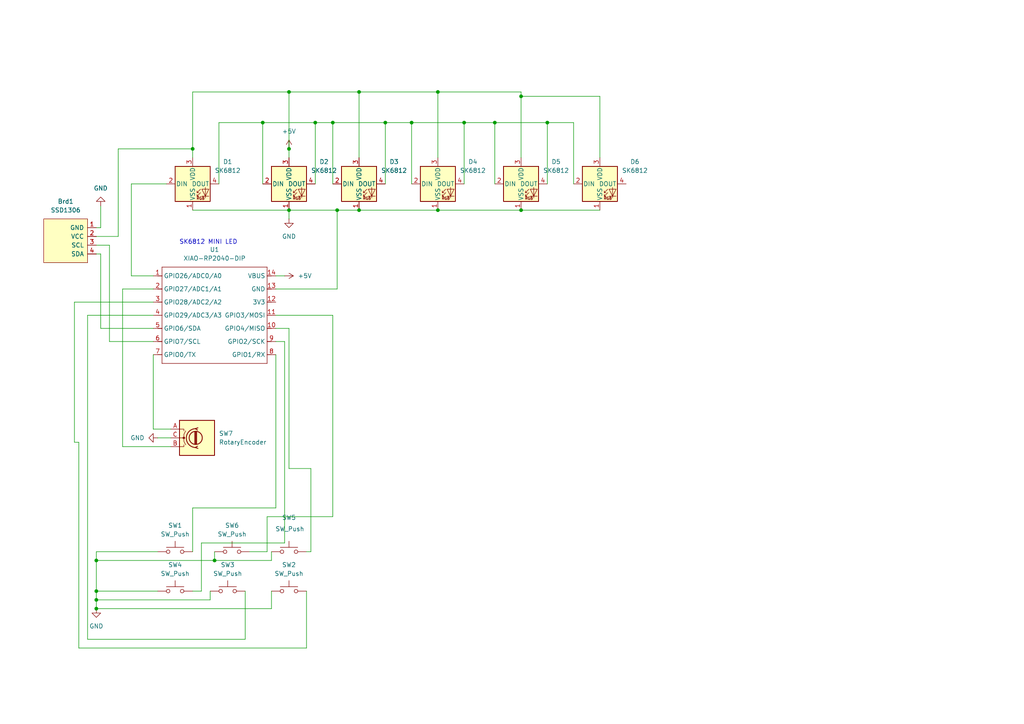
<source format=kicad_sch>
(kicad_sch
	(version 20250114)
	(generator "eeschema")
	(generator_version "9.0")
	(uuid "bcb0f31b-e67c-4088-8953-ead13e406a48")
	(paper "A4")
	(lib_symbols
		(symbol "Device:RotaryEncoder"
			(pin_names
				(offset 0.254)
				(hide yes)
			)
			(exclude_from_sim no)
			(in_bom yes)
			(on_board yes)
			(property "Reference" "SW"
				(at 0 6.604 0)
				(effects
					(font
						(size 1.27 1.27)
					)
				)
			)
			(property "Value" "RotaryEncoder"
				(at 0 -6.604 0)
				(effects
					(font
						(size 1.27 1.27)
					)
				)
			)
			(property "Footprint" ""
				(at -3.81 4.064 0)
				(effects
					(font
						(size 1.27 1.27)
					)
					(hide yes)
				)
			)
			(property "Datasheet" "~"
				(at 0 6.604 0)
				(effects
					(font
						(size 1.27 1.27)
					)
					(hide yes)
				)
			)
			(property "Description" "Rotary encoder, dual channel, incremental quadrate outputs"
				(at 0 0 0)
				(effects
					(font
						(size 1.27 1.27)
					)
					(hide yes)
				)
			)
			(property "ki_keywords" "rotary switch encoder"
				(at 0 0 0)
				(effects
					(font
						(size 1.27 1.27)
					)
					(hide yes)
				)
			)
			(property "ki_fp_filters" "RotaryEncoder*"
				(at 0 0 0)
				(effects
					(font
						(size 1.27 1.27)
					)
					(hide yes)
				)
			)
			(symbol "RotaryEncoder_0_1"
				(rectangle
					(start -5.08 5.08)
					(end 5.08 -5.08)
					(stroke
						(width 0.254)
						(type default)
					)
					(fill
						(type background)
					)
				)
				(polyline
					(pts
						(xy -5.08 2.54) (xy -3.81 2.54) (xy -3.81 2.032)
					)
					(stroke
						(width 0)
						(type default)
					)
					(fill
						(type none)
					)
				)
				(polyline
					(pts
						(xy -5.08 0) (xy -3.81 0) (xy -3.81 -1.016) (xy -3.302 -2.032)
					)
					(stroke
						(width 0)
						(type default)
					)
					(fill
						(type none)
					)
				)
				(polyline
					(pts
						(xy -5.08 -2.54) (xy -3.81 -2.54) (xy -3.81 -2.032)
					)
					(stroke
						(width 0)
						(type default)
					)
					(fill
						(type none)
					)
				)
				(polyline
					(pts
						(xy -4.318 0) (xy -3.81 0) (xy -3.81 1.016) (xy -3.302 2.032)
					)
					(stroke
						(width 0)
						(type default)
					)
					(fill
						(type none)
					)
				)
				(circle
					(center -3.81 0)
					(radius 0.254)
					(stroke
						(width 0)
						(type default)
					)
					(fill
						(type outline)
					)
				)
				(polyline
					(pts
						(xy -0.635 -1.778) (xy -0.635 1.778)
					)
					(stroke
						(width 0.254)
						(type default)
					)
					(fill
						(type none)
					)
				)
				(circle
					(center -0.381 0)
					(radius 1.905)
					(stroke
						(width 0.254)
						(type default)
					)
					(fill
						(type none)
					)
				)
				(polyline
					(pts
						(xy -0.381 -1.778) (xy -0.381 1.778)
					)
					(stroke
						(width 0.254)
						(type default)
					)
					(fill
						(type none)
					)
				)
				(arc
					(start -0.381 -2.794)
					(mid -3.0988 -0.0635)
					(end -0.381 2.667)
					(stroke
						(width 0.254)
						(type default)
					)
					(fill
						(type none)
					)
				)
				(polyline
					(pts
						(xy -0.127 1.778) (xy -0.127 -1.778)
					)
					(stroke
						(width 0.254)
						(type default)
					)
					(fill
						(type none)
					)
				)
				(polyline
					(pts
						(xy 0.254 2.921) (xy -0.508 2.667) (xy 0.127 2.286)
					)
					(stroke
						(width 0.254)
						(type default)
					)
					(fill
						(type none)
					)
				)
				(polyline
					(pts
						(xy 0.254 -3.048) (xy -0.508 -2.794) (xy 0.127 -2.413)
					)
					(stroke
						(width 0.254)
						(type default)
					)
					(fill
						(type none)
					)
				)
			)
			(symbol "RotaryEncoder_1_1"
				(pin passive line
					(at -7.62 2.54 0)
					(length 2.54)
					(name "A"
						(effects
							(font
								(size 1.27 1.27)
							)
						)
					)
					(number "A"
						(effects
							(font
								(size 1.27 1.27)
							)
						)
					)
				)
				(pin passive line
					(at -7.62 0 0)
					(length 2.54)
					(name "C"
						(effects
							(font
								(size 1.27 1.27)
							)
						)
					)
					(number "C"
						(effects
							(font
								(size 1.27 1.27)
							)
						)
					)
				)
				(pin passive line
					(at -7.62 -2.54 0)
					(length 2.54)
					(name "B"
						(effects
							(font
								(size 1.27 1.27)
							)
						)
					)
					(number "B"
						(effects
							(font
								(size 1.27 1.27)
							)
						)
					)
				)
			)
			(embedded_fonts no)
		)
		(symbol "LED:SK6812"
			(pin_names
				(offset 0.254)
			)
			(exclude_from_sim no)
			(in_bom yes)
			(on_board yes)
			(property "Reference" "D"
				(at 5.08 5.715 0)
				(effects
					(font
						(size 1.27 1.27)
					)
					(justify right bottom)
				)
			)
			(property "Value" "SK6812"
				(at 1.27 -5.715 0)
				(effects
					(font
						(size 1.27 1.27)
					)
					(justify left top)
				)
			)
			(property "Footprint" "LED_SMD:LED_SK6812_PLCC4_5.0x5.0mm_P3.2mm"
				(at 1.27 -7.62 0)
				(effects
					(font
						(size 1.27 1.27)
					)
					(justify left top)
					(hide yes)
				)
			)
			(property "Datasheet" "https://cdn-shop.adafruit.com/product-files/1138/SK6812+LED+datasheet+.pdf"
				(at 2.54 -9.525 0)
				(effects
					(font
						(size 1.27 1.27)
					)
					(justify left top)
					(hide yes)
				)
			)
			(property "Description" "RGB LED with integrated controller"
				(at 0 0 0)
				(effects
					(font
						(size 1.27 1.27)
					)
					(hide yes)
				)
			)
			(property "ki_keywords" "RGB LED NeoPixel addressable"
				(at 0 0 0)
				(effects
					(font
						(size 1.27 1.27)
					)
					(hide yes)
				)
			)
			(property "ki_fp_filters" "LED*SK6812*PLCC*5.0x5.0mm*P3.2mm*"
				(at 0 0 0)
				(effects
					(font
						(size 1.27 1.27)
					)
					(hide yes)
				)
			)
			(symbol "SK6812_0_0"
				(text "RGB"
					(at 2.286 -4.191 0)
					(effects
						(font
							(size 0.762 0.762)
						)
					)
				)
			)
			(symbol "SK6812_0_1"
				(polyline
					(pts
						(xy 1.27 -2.54) (xy 1.778 -2.54)
					)
					(stroke
						(width 0)
						(type default)
					)
					(fill
						(type none)
					)
				)
				(polyline
					(pts
						(xy 1.27 -3.556) (xy 1.778 -3.556)
					)
					(stroke
						(width 0)
						(type default)
					)
					(fill
						(type none)
					)
				)
				(polyline
					(pts
						(xy 2.286 -1.524) (xy 1.27 -2.54) (xy 1.27 -2.032)
					)
					(stroke
						(width 0)
						(type default)
					)
					(fill
						(type none)
					)
				)
				(polyline
					(pts
						(xy 2.286 -2.54) (xy 1.27 -3.556) (xy 1.27 -3.048)
					)
					(stroke
						(width 0)
						(type default)
					)
					(fill
						(type none)
					)
				)
				(polyline
					(pts
						(xy 3.683 -1.016) (xy 3.683 -3.556) (xy 3.683 -4.064)
					)
					(stroke
						(width 0)
						(type default)
					)
					(fill
						(type none)
					)
				)
				(polyline
					(pts
						(xy 4.699 -1.524) (xy 2.667 -1.524) (xy 3.683 -3.556) (xy 4.699 -1.524)
					)
					(stroke
						(width 0)
						(type default)
					)
					(fill
						(type none)
					)
				)
				(polyline
					(pts
						(xy 4.699 -3.556) (xy 2.667 -3.556)
					)
					(stroke
						(width 0)
						(type default)
					)
					(fill
						(type none)
					)
				)
				(rectangle
					(start 5.08 5.08)
					(end -5.08 -5.08)
					(stroke
						(width 0.254)
						(type default)
					)
					(fill
						(type background)
					)
				)
			)
			(symbol "SK6812_1_1"
				(pin input line
					(at -7.62 0 0)
					(length 2.54)
					(name "DIN"
						(effects
							(font
								(size 1.27 1.27)
							)
						)
					)
					(number "2"
						(effects
							(font
								(size 1.27 1.27)
							)
						)
					)
				)
				(pin power_in line
					(at 0 7.62 270)
					(length 2.54)
					(name "VDD"
						(effects
							(font
								(size 1.27 1.27)
							)
						)
					)
					(number "3"
						(effects
							(font
								(size 1.27 1.27)
							)
						)
					)
				)
				(pin power_in line
					(at 0 -7.62 90)
					(length 2.54)
					(name "VSS"
						(effects
							(font
								(size 1.27 1.27)
							)
						)
					)
					(number "1"
						(effects
							(font
								(size 1.27 1.27)
							)
						)
					)
				)
				(pin output line
					(at 7.62 0 180)
					(length 2.54)
					(name "DOUT"
						(effects
							(font
								(size 1.27 1.27)
							)
						)
					)
					(number "4"
						(effects
							(font
								(size 1.27 1.27)
							)
						)
					)
				)
			)
			(embedded_fonts no)
		)
		(symbol "SSD1306-128x64_OLED:SSD1306"
			(pin_names
				(offset 1.016)
			)
			(exclude_from_sim no)
			(in_bom yes)
			(on_board yes)
			(property "Reference" "Brd"
				(at 0 -3.81 0)
				(effects
					(font
						(size 1.27 1.27)
					)
				)
			)
			(property "Value" "SSD1306"
				(at 0 -1.27 0)
				(effects
					(font
						(size 1.27 1.27)
					)
				)
			)
			(property "Footprint" ""
				(at 0 6.35 0)
				(effects
					(font
						(size 1.27 1.27)
					)
					(hide yes)
				)
			)
			(property "Datasheet" ""
				(at 0 6.35 0)
				(effects
					(font
						(size 1.27 1.27)
					)
					(hide yes)
				)
			)
			(property "Description" "SSD1306 OLED"
				(at 0 0 0)
				(effects
					(font
						(size 1.27 1.27)
					)
					(hide yes)
				)
			)
			(property "ki_keywords" "SSD1306"
				(at 0 0 0)
				(effects
					(font
						(size 1.27 1.27)
					)
					(hide yes)
				)
			)
			(property "ki_fp_filters" "SSD1306-128x64_OLED:SSD1306"
				(at 0 0 0)
				(effects
					(font
						(size 1.27 1.27)
					)
					(hide yes)
				)
			)
			(symbol "SSD1306_0_1"
				(rectangle
					(start -6.35 6.35)
					(end 6.35 -6.35)
					(stroke
						(width 0)
						(type solid)
					)
					(fill
						(type background)
					)
				)
			)
			(symbol "SSD1306_1_1"
				(pin input line
					(at -3.81 8.89 270)
					(length 2.54)
					(name "GND"
						(effects
							(font
								(size 1.27 1.27)
							)
						)
					)
					(number "1"
						(effects
							(font
								(size 1.27 1.27)
							)
						)
					)
				)
				(pin input line
					(at -1.27 8.89 270)
					(length 2.54)
					(name "VCC"
						(effects
							(font
								(size 1.27 1.27)
							)
						)
					)
					(number "2"
						(effects
							(font
								(size 1.27 1.27)
							)
						)
					)
				)
				(pin input line
					(at 1.27 8.89 270)
					(length 2.54)
					(name "SCL"
						(effects
							(font
								(size 1.27 1.27)
							)
						)
					)
					(number "3"
						(effects
							(font
								(size 1.27 1.27)
							)
						)
					)
				)
				(pin input line
					(at 3.81 8.89 270)
					(length 2.54)
					(name "SDA"
						(effects
							(font
								(size 1.27 1.27)
							)
						)
					)
					(number "4"
						(effects
							(font
								(size 1.27 1.27)
							)
						)
					)
				)
			)
			(embedded_fonts no)
		)
		(symbol "Seeed_Studio_XIAO_Series:XIAO-RP2040-DIP"
			(exclude_from_sim no)
			(in_bom yes)
			(on_board yes)
			(property "Reference" "U"
				(at 0 0 0)
				(effects
					(font
						(size 1.27 1.27)
					)
				)
			)
			(property "Value" "XIAO-RP2040-DIP"
				(at 5.334 -1.778 0)
				(effects
					(font
						(size 1.27 1.27)
					)
				)
			)
			(property "Footprint" "Module:MOUDLE14P-XIAO-DIP-SMD"
				(at 14.478 -32.258 0)
				(effects
					(font
						(size 1.27 1.27)
					)
					(hide yes)
				)
			)
			(property "Datasheet" ""
				(at 0 0 0)
				(effects
					(font
						(size 1.27 1.27)
					)
					(hide yes)
				)
			)
			(property "Description" ""
				(at 0 0 0)
				(effects
					(font
						(size 1.27 1.27)
					)
					(hide yes)
				)
			)
			(symbol "XIAO-RP2040-DIP_1_0"
				(polyline
					(pts
						(xy -1.27 -2.54) (xy 29.21 -2.54)
					)
					(stroke
						(width 0.1524)
						(type solid)
					)
					(fill
						(type none)
					)
				)
				(polyline
					(pts
						(xy -1.27 -5.08) (xy -2.54 -5.08)
					)
					(stroke
						(width 0.1524)
						(type solid)
					)
					(fill
						(type none)
					)
				)
				(polyline
					(pts
						(xy -1.27 -5.08) (xy -1.27 -2.54)
					)
					(stroke
						(width 0.1524)
						(type solid)
					)
					(fill
						(type none)
					)
				)
				(polyline
					(pts
						(xy -1.27 -8.89) (xy -2.54 -8.89)
					)
					(stroke
						(width 0.1524)
						(type solid)
					)
					(fill
						(type none)
					)
				)
				(polyline
					(pts
						(xy -1.27 -8.89) (xy -1.27 -5.08)
					)
					(stroke
						(width 0.1524)
						(type solid)
					)
					(fill
						(type none)
					)
				)
				(polyline
					(pts
						(xy -1.27 -12.7) (xy -2.54 -12.7)
					)
					(stroke
						(width 0.1524)
						(type solid)
					)
					(fill
						(type none)
					)
				)
				(polyline
					(pts
						(xy -1.27 -12.7) (xy -1.27 -8.89)
					)
					(stroke
						(width 0.1524)
						(type solid)
					)
					(fill
						(type none)
					)
				)
				(polyline
					(pts
						(xy -1.27 -16.51) (xy -2.54 -16.51)
					)
					(stroke
						(width 0.1524)
						(type solid)
					)
					(fill
						(type none)
					)
				)
				(polyline
					(pts
						(xy -1.27 -16.51) (xy -1.27 -12.7)
					)
					(stroke
						(width 0.1524)
						(type solid)
					)
					(fill
						(type none)
					)
				)
				(polyline
					(pts
						(xy -1.27 -20.32) (xy -2.54 -20.32)
					)
					(stroke
						(width 0.1524)
						(type solid)
					)
					(fill
						(type none)
					)
				)
				(polyline
					(pts
						(xy -1.27 -24.13) (xy -2.54 -24.13)
					)
					(stroke
						(width 0.1524)
						(type solid)
					)
					(fill
						(type none)
					)
				)
				(polyline
					(pts
						(xy -1.27 -27.94) (xy -2.54 -27.94)
					)
					(stroke
						(width 0.1524)
						(type solid)
					)
					(fill
						(type none)
					)
				)
				(polyline
					(pts
						(xy -1.27 -30.48) (xy -1.27 -16.51)
					)
					(stroke
						(width 0.1524)
						(type solid)
					)
					(fill
						(type none)
					)
				)
				(polyline
					(pts
						(xy 29.21 -2.54) (xy 29.21 -5.08)
					)
					(stroke
						(width 0.1524)
						(type solid)
					)
					(fill
						(type none)
					)
				)
				(polyline
					(pts
						(xy 29.21 -5.08) (xy 29.21 -8.89)
					)
					(stroke
						(width 0.1524)
						(type solid)
					)
					(fill
						(type none)
					)
				)
				(polyline
					(pts
						(xy 29.21 -8.89) (xy 29.21 -12.7)
					)
					(stroke
						(width 0.1524)
						(type solid)
					)
					(fill
						(type none)
					)
				)
				(polyline
					(pts
						(xy 29.21 -12.7) (xy 29.21 -30.48)
					)
					(stroke
						(width 0.1524)
						(type solid)
					)
					(fill
						(type none)
					)
				)
				(polyline
					(pts
						(xy 29.21 -30.48) (xy -1.27 -30.48)
					)
					(stroke
						(width 0.1524)
						(type solid)
					)
					(fill
						(type none)
					)
				)
				(polyline
					(pts
						(xy 30.48 -5.08) (xy 29.21 -5.08)
					)
					(stroke
						(width 0.1524)
						(type solid)
					)
					(fill
						(type none)
					)
				)
				(polyline
					(pts
						(xy 30.48 -8.89) (xy 29.21 -8.89)
					)
					(stroke
						(width 0.1524)
						(type solid)
					)
					(fill
						(type none)
					)
				)
				(polyline
					(pts
						(xy 30.48 -12.7) (xy 29.21 -12.7)
					)
					(stroke
						(width 0.1524)
						(type solid)
					)
					(fill
						(type none)
					)
				)
				(polyline
					(pts
						(xy 30.48 -16.51) (xy 29.21 -16.51)
					)
					(stroke
						(width 0.1524)
						(type solid)
					)
					(fill
						(type none)
					)
				)
				(polyline
					(pts
						(xy 30.48 -20.32) (xy 29.21 -20.32)
					)
					(stroke
						(width 0.1524)
						(type solid)
					)
					(fill
						(type none)
					)
				)
				(polyline
					(pts
						(xy 30.48 -24.13) (xy 29.21 -24.13)
					)
					(stroke
						(width 0.1524)
						(type solid)
					)
					(fill
						(type none)
					)
				)
				(polyline
					(pts
						(xy 30.48 -27.94) (xy 29.21 -27.94)
					)
					(stroke
						(width 0.1524)
						(type solid)
					)
					(fill
						(type none)
					)
				)
				(pin passive line
					(at -3.81 -5.08 0)
					(length 2.54)
					(name "GPIO26/ADC0/A0"
						(effects
							(font
								(size 1.27 1.27)
							)
						)
					)
					(number "1"
						(effects
							(font
								(size 1.27 1.27)
							)
						)
					)
				)
				(pin passive line
					(at -3.81 -8.89 0)
					(length 2.54)
					(name "GPIO27/ADC1/A1"
						(effects
							(font
								(size 1.27 1.27)
							)
						)
					)
					(number "2"
						(effects
							(font
								(size 1.27 1.27)
							)
						)
					)
				)
				(pin passive line
					(at -3.81 -12.7 0)
					(length 2.54)
					(name "GPIO28/ADC2/A2"
						(effects
							(font
								(size 1.27 1.27)
							)
						)
					)
					(number "3"
						(effects
							(font
								(size 1.27 1.27)
							)
						)
					)
				)
				(pin passive line
					(at -3.81 -16.51 0)
					(length 2.54)
					(name "GPIO29/ADC3/A3"
						(effects
							(font
								(size 1.27 1.27)
							)
						)
					)
					(number "4"
						(effects
							(font
								(size 1.27 1.27)
							)
						)
					)
				)
				(pin passive line
					(at -3.81 -20.32 0)
					(length 2.54)
					(name "GPIO6/SDA"
						(effects
							(font
								(size 1.27 1.27)
							)
						)
					)
					(number "5"
						(effects
							(font
								(size 1.27 1.27)
							)
						)
					)
				)
				(pin passive line
					(at -3.81 -24.13 0)
					(length 2.54)
					(name "GPIO7/SCL"
						(effects
							(font
								(size 1.27 1.27)
							)
						)
					)
					(number "6"
						(effects
							(font
								(size 1.27 1.27)
							)
						)
					)
				)
				(pin passive line
					(at -3.81 -27.94 0)
					(length 2.54)
					(name "GPIO0/TX"
						(effects
							(font
								(size 1.27 1.27)
							)
						)
					)
					(number "7"
						(effects
							(font
								(size 1.27 1.27)
							)
						)
					)
				)
				(pin passive line
					(at 31.75 -5.08 180)
					(length 2.54)
					(name "VBUS"
						(effects
							(font
								(size 1.27 1.27)
							)
						)
					)
					(number "14"
						(effects
							(font
								(size 1.27 1.27)
							)
						)
					)
				)
				(pin passive line
					(at 31.75 -8.89 180)
					(length 2.54)
					(name "GND"
						(effects
							(font
								(size 1.27 1.27)
							)
						)
					)
					(number "13"
						(effects
							(font
								(size 1.27 1.27)
							)
						)
					)
				)
				(pin passive line
					(at 31.75 -12.7 180)
					(length 2.54)
					(name "3V3"
						(effects
							(font
								(size 1.27 1.27)
							)
						)
					)
					(number "12"
						(effects
							(font
								(size 1.27 1.27)
							)
						)
					)
				)
				(pin passive line
					(at 31.75 -16.51 180)
					(length 2.54)
					(name "GPIO3/MOSI"
						(effects
							(font
								(size 1.27 1.27)
							)
						)
					)
					(number "11"
						(effects
							(font
								(size 1.27 1.27)
							)
						)
					)
				)
				(pin passive line
					(at 31.75 -20.32 180)
					(length 2.54)
					(name "GPIO4/MISO"
						(effects
							(font
								(size 1.27 1.27)
							)
						)
					)
					(number "10"
						(effects
							(font
								(size 1.27 1.27)
							)
						)
					)
				)
				(pin passive line
					(at 31.75 -24.13 180)
					(length 2.54)
					(name "GPIO2/SCK"
						(effects
							(font
								(size 1.27 1.27)
							)
						)
					)
					(number "9"
						(effects
							(font
								(size 1.27 1.27)
							)
						)
					)
				)
				(pin passive line
					(at 31.75 -27.94 180)
					(length 2.54)
					(name "GPIO1/RX"
						(effects
							(font
								(size 1.27 1.27)
							)
						)
					)
					(number "8"
						(effects
							(font
								(size 1.27 1.27)
							)
						)
					)
				)
			)
			(embedded_fonts no)
		)
		(symbol "Switch:SW_Push"
			(pin_numbers
				(hide yes)
			)
			(pin_names
				(offset 1.016)
				(hide yes)
			)
			(exclude_from_sim no)
			(in_bom yes)
			(on_board yes)
			(property "Reference" "SW"
				(at 1.27 2.54 0)
				(effects
					(font
						(size 1.27 1.27)
					)
					(justify left)
				)
			)
			(property "Value" "SW_Push"
				(at 0 -1.524 0)
				(effects
					(font
						(size 1.27 1.27)
					)
				)
			)
			(property "Footprint" ""
				(at 0 5.08 0)
				(effects
					(font
						(size 1.27 1.27)
					)
					(hide yes)
				)
			)
			(property "Datasheet" "~"
				(at 0 5.08 0)
				(effects
					(font
						(size 1.27 1.27)
					)
					(hide yes)
				)
			)
			(property "Description" "Push button switch, generic, two pins"
				(at 0 0 0)
				(effects
					(font
						(size 1.27 1.27)
					)
					(hide yes)
				)
			)
			(property "ki_keywords" "switch normally-open pushbutton push-button"
				(at 0 0 0)
				(effects
					(font
						(size 1.27 1.27)
					)
					(hide yes)
				)
			)
			(symbol "SW_Push_0_1"
				(circle
					(center -2.032 0)
					(radius 0.508)
					(stroke
						(width 0)
						(type default)
					)
					(fill
						(type none)
					)
				)
				(polyline
					(pts
						(xy 0 1.27) (xy 0 3.048)
					)
					(stroke
						(width 0)
						(type default)
					)
					(fill
						(type none)
					)
				)
				(circle
					(center 2.032 0)
					(radius 0.508)
					(stroke
						(width 0)
						(type default)
					)
					(fill
						(type none)
					)
				)
				(polyline
					(pts
						(xy 2.54 1.27) (xy -2.54 1.27)
					)
					(stroke
						(width 0)
						(type default)
					)
					(fill
						(type none)
					)
				)
				(pin passive line
					(at -5.08 0 0)
					(length 2.54)
					(name "1"
						(effects
							(font
								(size 1.27 1.27)
							)
						)
					)
					(number "1"
						(effects
							(font
								(size 1.27 1.27)
							)
						)
					)
				)
				(pin passive line
					(at 5.08 0 180)
					(length 2.54)
					(name "2"
						(effects
							(font
								(size 1.27 1.27)
							)
						)
					)
					(number "2"
						(effects
							(font
								(size 1.27 1.27)
							)
						)
					)
				)
			)
			(embedded_fonts no)
		)
		(symbol "power:+5V"
			(power)
			(pin_numbers
				(hide yes)
			)
			(pin_names
				(offset 0)
				(hide yes)
			)
			(exclude_from_sim no)
			(in_bom yes)
			(on_board yes)
			(property "Reference" "#PWR"
				(at 0 -3.81 0)
				(effects
					(font
						(size 1.27 1.27)
					)
					(hide yes)
				)
			)
			(property "Value" "+5V"
				(at 0 3.556 0)
				(effects
					(font
						(size 1.27 1.27)
					)
				)
			)
			(property "Footprint" ""
				(at 0 0 0)
				(effects
					(font
						(size 1.27 1.27)
					)
					(hide yes)
				)
			)
			(property "Datasheet" ""
				(at 0 0 0)
				(effects
					(font
						(size 1.27 1.27)
					)
					(hide yes)
				)
			)
			(property "Description" "Power symbol creates a global label with name \"+5V\""
				(at 0 0 0)
				(effects
					(font
						(size 1.27 1.27)
					)
					(hide yes)
				)
			)
			(property "ki_keywords" "global power"
				(at 0 0 0)
				(effects
					(font
						(size 1.27 1.27)
					)
					(hide yes)
				)
			)
			(symbol "+5V_0_1"
				(polyline
					(pts
						(xy -0.762 1.27) (xy 0 2.54)
					)
					(stroke
						(width 0)
						(type default)
					)
					(fill
						(type none)
					)
				)
				(polyline
					(pts
						(xy 0 2.54) (xy 0.762 1.27)
					)
					(stroke
						(width 0)
						(type default)
					)
					(fill
						(type none)
					)
				)
				(polyline
					(pts
						(xy 0 0) (xy 0 2.54)
					)
					(stroke
						(width 0)
						(type default)
					)
					(fill
						(type none)
					)
				)
			)
			(symbol "+5V_1_1"
				(pin power_in line
					(at 0 0 90)
					(length 0)
					(name "~"
						(effects
							(font
								(size 1.27 1.27)
							)
						)
					)
					(number "1"
						(effects
							(font
								(size 1.27 1.27)
							)
						)
					)
				)
			)
			(embedded_fonts no)
		)
		(symbol "power:GND"
			(power)
			(pin_numbers
				(hide yes)
			)
			(pin_names
				(offset 0)
				(hide yes)
			)
			(exclude_from_sim no)
			(in_bom yes)
			(on_board yes)
			(property "Reference" "#PWR"
				(at 0 -6.35 0)
				(effects
					(font
						(size 1.27 1.27)
					)
					(hide yes)
				)
			)
			(property "Value" "GND"
				(at 0 -3.81 0)
				(effects
					(font
						(size 1.27 1.27)
					)
				)
			)
			(property "Footprint" ""
				(at 0 0 0)
				(effects
					(font
						(size 1.27 1.27)
					)
					(hide yes)
				)
			)
			(property "Datasheet" ""
				(at 0 0 0)
				(effects
					(font
						(size 1.27 1.27)
					)
					(hide yes)
				)
			)
			(property "Description" "Power symbol creates a global label with name \"GND\" , ground"
				(at 0 0 0)
				(effects
					(font
						(size 1.27 1.27)
					)
					(hide yes)
				)
			)
			(property "ki_keywords" "global power"
				(at 0 0 0)
				(effects
					(font
						(size 1.27 1.27)
					)
					(hide yes)
				)
			)
			(symbol "GND_0_1"
				(polyline
					(pts
						(xy 0 0) (xy 0 -1.27) (xy 1.27 -1.27) (xy 0 -2.54) (xy -1.27 -1.27) (xy 0 -1.27)
					)
					(stroke
						(width 0)
						(type default)
					)
					(fill
						(type none)
					)
				)
			)
			(symbol "GND_1_1"
				(pin power_in line
					(at 0 0 270)
					(length 0)
					(name "~"
						(effects
							(font
								(size 1.27 1.27)
							)
						)
					)
					(number "1"
						(effects
							(font
								(size 1.27 1.27)
							)
						)
					)
				)
			)
			(embedded_fonts no)
		)
	)
	(text "SK6812 MINI LED "
		(exclude_from_sim no)
		(at 60.9215 70.2953 0)
		(effects
			(font
				(size 1.27 1.27)
			)
		)
		(uuid "2d569c1c-68f4-4392-8108-7055bef78278")
	)
	(junction
		(at 27.94 162.56)
		(diameter 0)
		(color 0 0 0 0)
		(uuid "1d2d8067-f103-443d-bd07-5b263b97d23f")
	)
	(junction
		(at 158.75 35.56)
		(diameter 0)
		(color 0 0 0 0)
		(uuid "1d33c6a0-42d3-42e2-a978-81622f635150")
	)
	(junction
		(at 76.2 35.56)
		(diameter 0)
		(color 0 0 0 0)
		(uuid "20c58aa7-9670-47d0-9bf6-70a2b3f68bd4")
	)
	(junction
		(at 111.76 35.56)
		(diameter 0)
		(color 0 0 0 0)
		(uuid "34732433-eb9f-4873-9414-2cb8afc46ca3")
	)
	(junction
		(at 27.94 171.45)
		(diameter 0)
		(color 0 0 0 0)
		(uuid "3689336c-fc00-495f-8b27-98407b6dfde8")
	)
	(junction
		(at 83.82 43.18)
		(diameter 0)
		(color 0 0 0 0)
		(uuid "38ad365d-6601-402e-a4c6-3079781359d1")
	)
	(junction
		(at 96.52 35.56)
		(diameter 0)
		(color 0 0 0 0)
		(uuid "3ae06784-bea6-476c-948f-89ed88a5494b")
	)
	(junction
		(at 151.13 60.96)
		(diameter 0)
		(color 0 0 0 0)
		(uuid "3bae970a-8b55-450f-9389-d6caf7384289")
	)
	(junction
		(at 91.44 35.56)
		(diameter 0)
		(color 0 0 0 0)
		(uuid "49541914-2cee-4231-b4ec-fb48879e23a3")
	)
	(junction
		(at 27.94 173.99)
		(diameter 0)
		(color 0 0 0 0)
		(uuid "4d592e77-1cd7-4e7d-84f7-7a95d0de8bbf")
	)
	(junction
		(at 97.79 60.96)
		(diameter 0)
		(color 0 0 0 0)
		(uuid "4f9b945f-cddb-4795-bf48-dc1a44f55f74")
	)
	(junction
		(at 119.38 35.56)
		(diameter 0)
		(color 0 0 0 0)
		(uuid "67307f75-65a3-409f-88fd-4d968de6257a")
	)
	(junction
		(at 27.94 176.53)
		(diameter 0)
		(color 0 0 0 0)
		(uuid "69068d30-eee6-40a8-bbc6-3e2fee95b019")
	)
	(junction
		(at 134.62 35.56)
		(diameter 0)
		(color 0 0 0 0)
		(uuid "6b72b4ae-1a15-451b-8f23-6fdbc2b3f7a5")
	)
	(junction
		(at 55.88 43.18)
		(diameter 0)
		(color 0 0 0 0)
		(uuid "72a61a83-c139-4cd7-8b09-751703e0b6d8")
	)
	(junction
		(at 104.14 60.96)
		(diameter 0)
		(color 0 0 0 0)
		(uuid "91eb70b5-1db1-45e2-8a07-825f57eb63b2")
	)
	(junction
		(at 143.51 35.56)
		(diameter 0)
		(color 0 0 0 0)
		(uuid "970fbaf2-ecb2-4a66-8c40-19e61e395a29")
	)
	(junction
		(at 104.14 26.67)
		(diameter 0)
		(color 0 0 0 0)
		(uuid "9e912712-abf5-4fb0-a20e-d1486ae24439")
	)
	(junction
		(at 83.82 60.96)
		(diameter 0)
		(color 0 0 0 0)
		(uuid "afd3b2a9-64cf-48b7-b3d3-cd41a8e225a2")
	)
	(junction
		(at 151.13 27.94)
		(diameter 0)
		(color 0 0 0 0)
		(uuid "b930e2f8-1019-485f-b23e-787d6c8cc77c")
	)
	(junction
		(at 83.82 26.67)
		(diameter 0)
		(color 0 0 0 0)
		(uuid "bddc2edd-0554-40b8-88d2-2e0509bd2cf2")
	)
	(junction
		(at 62.23 162.56)
		(diameter 0)
		(color 0 0 0 0)
		(uuid "c0d3a953-ad0b-4b0d-98aa-5b87b4821a7b")
	)
	(junction
		(at 127 26.67)
		(diameter 0)
		(color 0 0 0 0)
		(uuid "cbf50abc-22b5-4375-bb4f-2c378afc9efe")
	)
	(junction
		(at 127 60.96)
		(diameter 0)
		(color 0 0 0 0)
		(uuid "dbbb8e7e-63cf-40ad-9c4f-8cf1e241eade")
	)
	(wire
		(pts
			(xy 97.79 83.82) (xy 97.79 60.96)
		)
		(stroke
			(width 0)
			(type default)
		)
		(uuid "01c0fc73-a74a-4766-85fe-a58111a9ac00")
	)
	(wire
		(pts
			(xy 71.12 185.42) (xy 71.12 171.45)
		)
		(stroke
			(width 0)
			(type default)
		)
		(uuid "021d8172-45f0-4312-8d40-71a2fac6943b")
	)
	(wire
		(pts
			(xy 45.72 171.45) (xy 27.94 171.45)
		)
		(stroke
			(width 0)
			(type default)
		)
		(uuid "07ee14b0-b70a-4b7d-9800-c586ee78756e")
	)
	(wire
		(pts
			(xy 44.45 124.46) (xy 49.53 124.46)
		)
		(stroke
			(width 0)
			(type default)
		)
		(uuid "0a4c162b-aa65-4b54-9c4d-efbb9bd950fc")
	)
	(wire
		(pts
			(xy 55.88 160.02) (xy 55.88 147.32)
		)
		(stroke
			(width 0)
			(type default)
		)
		(uuid "0d2f4c2e-0475-46e3-96df-28d6f0af3ad5")
	)
	(wire
		(pts
			(xy 78.74 171.45) (xy 78.74 176.53)
		)
		(stroke
			(width 0)
			(type default)
		)
		(uuid "16d29d1f-0d5d-4733-997b-8be618a58ef0")
	)
	(wire
		(pts
			(xy 31.75 71.12) (xy 31.75 99.06)
		)
		(stroke
			(width 0)
			(type default)
		)
		(uuid "1b2649b4-8d35-436d-8a59-670b7486cd57")
	)
	(wire
		(pts
			(xy 58.42 171.45) (xy 55.88 171.45)
		)
		(stroke
			(width 0)
			(type default)
		)
		(uuid "1dcfcef8-1ec9-4358-ba49-43d1e6671052")
	)
	(wire
		(pts
			(xy 111.76 53.34) (xy 111.76 35.56)
		)
		(stroke
			(width 0)
			(type default)
		)
		(uuid "2080f62f-9fc8-4255-ae84-92e7be719e99")
	)
	(wire
		(pts
			(xy 83.82 135.89) (xy 83.82 95.25)
		)
		(stroke
			(width 0)
			(type default)
		)
		(uuid "22eb9e0c-497e-43e4-8767-82bb65c116ce")
	)
	(wire
		(pts
			(xy 27.94 173.99) (xy 60.96 173.99)
		)
		(stroke
			(width 0)
			(type default)
		)
		(uuid "23d85308-7fe7-484b-a01c-715c4ccff42f")
	)
	(wire
		(pts
			(xy 143.51 35.56) (xy 143.51 53.34)
		)
		(stroke
			(width 0)
			(type default)
		)
		(uuid "24bf6a73-09ed-4e24-a490-934fff3e7ff4")
	)
	(wire
		(pts
			(xy 151.13 26.67) (xy 151.13 27.94)
		)
		(stroke
			(width 0)
			(type default)
		)
		(uuid "25a966bb-162e-4e4f-b8ed-ffe09d5a207f")
	)
	(wire
		(pts
			(xy 60.96 171.45) (xy 60.96 173.99)
		)
		(stroke
			(width 0)
			(type default)
		)
		(uuid "290ac8db-2707-48fb-9ac9-2e6e6380cba0")
	)
	(wire
		(pts
			(xy 27.94 176.53) (xy 78.74 176.53)
		)
		(stroke
			(width 0)
			(type default)
		)
		(uuid "2f253a96-0e4e-4d82-9b7e-c75a39a92f1d")
	)
	(wire
		(pts
			(xy 88.9 171.45) (xy 88.9 187.96)
		)
		(stroke
			(width 0)
			(type default)
		)
		(uuid "33b321d4-715c-4e1d-b9c6-6f25eaab8864")
	)
	(wire
		(pts
			(xy 35.56 83.82) (xy 44.45 83.82)
		)
		(stroke
			(width 0)
			(type default)
		)
		(uuid "345511b1-d931-417e-80f5-831184a21e68")
	)
	(wire
		(pts
			(xy 63.5 53.34) (xy 63.5 35.56)
		)
		(stroke
			(width 0)
			(type default)
		)
		(uuid "34e7e2bc-155c-4d67-a8de-52f728f55dbf")
	)
	(wire
		(pts
			(xy 25.4 185.42) (xy 71.12 185.42)
		)
		(stroke
			(width 0)
			(type default)
		)
		(uuid "36ad2169-ec3d-4567-8546-8348439fb45e")
	)
	(wire
		(pts
			(xy 55.88 60.96) (xy 83.82 60.96)
		)
		(stroke
			(width 0)
			(type default)
		)
		(uuid "371458cd-21bf-496c-9535-f05aedbd7b4c")
	)
	(wire
		(pts
			(xy 82.55 157.48) (xy 58.42 157.48)
		)
		(stroke
			(width 0)
			(type default)
		)
		(uuid "3a6989f7-07ef-4691-9fec-b1273f5de6d7")
	)
	(wire
		(pts
			(xy 25.4 91.44) (xy 44.45 91.44)
		)
		(stroke
			(width 0)
			(type default)
		)
		(uuid "3ab97a0f-95c6-419b-baae-f1f28efb1f84")
	)
	(wire
		(pts
			(xy 78.74 160.02) (xy 78.74 162.56)
		)
		(stroke
			(width 0)
			(type default)
		)
		(uuid "3af79292-2f52-478a-aff8-0b01a310c111")
	)
	(wire
		(pts
			(xy 143.51 35.56) (xy 158.75 35.56)
		)
		(stroke
			(width 0)
			(type default)
		)
		(uuid "3bdb4a25-5019-4f85-ad87-ade388384926")
	)
	(wire
		(pts
			(xy 31.75 99.06) (xy 44.45 99.06)
		)
		(stroke
			(width 0)
			(type default)
		)
		(uuid "3d3db5bd-6bf3-46d9-aef4-5445f826b9c0")
	)
	(wire
		(pts
			(xy 82.55 99.06) (xy 82.55 157.48)
		)
		(stroke
			(width 0)
			(type default)
		)
		(uuid "41592c63-061b-4317-9986-b1fe27234dad")
	)
	(wire
		(pts
			(xy 63.5 35.56) (xy 76.2 35.56)
		)
		(stroke
			(width 0)
			(type default)
		)
		(uuid "424d9b29-dda3-47c6-8356-2a4589e3aa92")
	)
	(wire
		(pts
			(xy 27.94 73.66) (xy 29.21 73.66)
		)
		(stroke
			(width 0)
			(type default)
		)
		(uuid "4b3a3510-6982-42ca-80d0-13eca8e11052")
	)
	(wire
		(pts
			(xy 91.44 53.34) (xy 91.44 35.56)
		)
		(stroke
			(width 0)
			(type default)
		)
		(uuid "4e0d774e-a65d-4af6-a6a8-f78b2594fb01")
	)
	(wire
		(pts
			(xy 97.79 60.96) (xy 104.14 60.96)
		)
		(stroke
			(width 0)
			(type default)
		)
		(uuid "4f70ac46-431f-4fab-b139-7d5d0d06dd73")
	)
	(wire
		(pts
			(xy 29.21 73.66) (xy 29.21 95.25)
		)
		(stroke
			(width 0)
			(type default)
		)
		(uuid "51ae6e8a-6d6d-4854-ab96-c24c7a973de7")
	)
	(wire
		(pts
			(xy 55.88 147.32) (xy 80.01 147.32)
		)
		(stroke
			(width 0)
			(type default)
		)
		(uuid "53493af9-460e-4860-ab7f-0a04f9224780")
	)
	(wire
		(pts
			(xy 34.29 68.58) (xy 34.29 43.18)
		)
		(stroke
			(width 0)
			(type default)
		)
		(uuid "544519a3-014c-450f-911c-42830761b7a0")
	)
	(wire
		(pts
			(xy 104.14 26.67) (xy 127 26.67)
		)
		(stroke
			(width 0)
			(type default)
		)
		(uuid "54a9c38d-0e8d-4855-a267-5144e84636f0")
	)
	(wire
		(pts
			(xy 45.72 160.02) (xy 27.94 160.02)
		)
		(stroke
			(width 0)
			(type default)
		)
		(uuid "55575065-eb6a-4006-8b6c-af5e3b3ea2fc")
	)
	(wire
		(pts
			(xy 83.82 26.67) (xy 83.82 43.18)
		)
		(stroke
			(width 0)
			(type default)
		)
		(uuid "57dacb6c-59f1-4da0-9c94-3193e7a0699b")
	)
	(wire
		(pts
			(xy 96.52 149.86) (xy 96.52 91.44)
		)
		(stroke
			(width 0)
			(type default)
		)
		(uuid "5b231b18-0d55-4f29-bfba-672de5ff6f90")
	)
	(wire
		(pts
			(xy 83.82 60.96) (xy 83.82 63.5)
		)
		(stroke
			(width 0)
			(type default)
		)
		(uuid "5d09e485-e724-44bb-9c5f-a293340e4865")
	)
	(wire
		(pts
			(xy 21.59 128.27) (xy 21.59 87.63)
		)
		(stroke
			(width 0)
			(type default)
		)
		(uuid "5f04f5bc-8f2a-419f-9619-4d221610cc3d")
	)
	(wire
		(pts
			(xy 78.74 162.56) (xy 62.23 162.56)
		)
		(stroke
			(width 0)
			(type default)
		)
		(uuid "62fc8441-370c-4d87-9b50-ac4c37c81e3f")
	)
	(wire
		(pts
			(xy 80.01 80.01) (xy 82.55 80.01)
		)
		(stroke
			(width 0)
			(type default)
		)
		(uuid "64fa930a-c898-4024-a629-0c429be673e6")
	)
	(wire
		(pts
			(xy 96.52 35.56) (xy 111.76 35.56)
		)
		(stroke
			(width 0)
			(type default)
		)
		(uuid "697bb694-fb91-496d-9555-668d2d8bd344")
	)
	(wire
		(pts
			(xy 80.01 83.82) (xy 97.79 83.82)
		)
		(stroke
			(width 0)
			(type default)
		)
		(uuid "6b368553-22ae-4cf8-bb51-8c1265d0218e")
	)
	(wire
		(pts
			(xy 77.47 149.86) (xy 96.52 149.86)
		)
		(stroke
			(width 0)
			(type default)
		)
		(uuid "6e962cdb-bced-449f-9962-31d709171b5d")
	)
	(wire
		(pts
			(xy 83.82 26.67) (xy 104.14 26.67)
		)
		(stroke
			(width 0)
			(type default)
		)
		(uuid "72a24907-fcfb-421c-be34-9a2b1c38b9f8")
	)
	(wire
		(pts
			(xy 27.94 160.02) (xy 27.94 162.56)
		)
		(stroke
			(width 0)
			(type default)
		)
		(uuid "73563675-516b-4c0e-a513-3a63c53e6411")
	)
	(wire
		(pts
			(xy 62.23 162.56) (xy 27.94 162.56)
		)
		(stroke
			(width 0)
			(type default)
		)
		(uuid "7460938b-5fd0-403b-8bcc-f47058ac8c8a")
	)
	(wire
		(pts
			(xy 21.59 128.27) (xy 22.86 128.27)
		)
		(stroke
			(width 0)
			(type default)
		)
		(uuid "78a2e566-c432-4ee0-a045-dc272e2f65c7")
	)
	(wire
		(pts
			(xy 80.01 147.32) (xy 80.01 102.87)
		)
		(stroke
			(width 0)
			(type default)
		)
		(uuid "7a2095fa-13b3-4e6c-972d-50e9e61489c3")
	)
	(wire
		(pts
			(xy 158.75 35.56) (xy 158.75 53.34)
		)
		(stroke
			(width 0)
			(type default)
		)
		(uuid "7ad57c26-eed0-4e19-9fad-91330e3d1295")
	)
	(wire
		(pts
			(xy 27.94 173.99) (xy 27.94 176.53)
		)
		(stroke
			(width 0)
			(type default)
		)
		(uuid "83dfe891-ac6c-4737-9ac2-302784466f5f")
	)
	(wire
		(pts
			(xy 62.23 160.02) (xy 62.23 162.56)
		)
		(stroke
			(width 0)
			(type default)
		)
		(uuid "85475dd4-040f-4487-8153-b26a7d94e095")
	)
	(wire
		(pts
			(xy 119.38 35.56) (xy 119.38 53.34)
		)
		(stroke
			(width 0)
			(type default)
		)
		(uuid "87ae42df-93b6-49f5-a7e6-468e69bc7116")
	)
	(wire
		(pts
			(xy 22.86 128.27) (xy 22.86 187.96)
		)
		(stroke
			(width 0)
			(type default)
		)
		(uuid "88134fb6-aaff-4e43-835e-4fb537c8b0d6")
	)
	(wire
		(pts
			(xy 111.76 35.56) (xy 119.38 35.56)
		)
		(stroke
			(width 0)
			(type default)
		)
		(uuid "8d9a4539-3da9-49d6-81b7-6703de32f374")
	)
	(wire
		(pts
			(xy 88.9 160.02) (xy 90.17 160.02)
		)
		(stroke
			(width 0)
			(type default)
		)
		(uuid "8fa40775-1291-4206-9fea-e67e367a2eeb")
	)
	(wire
		(pts
			(xy 55.88 26.67) (xy 55.88 43.18)
		)
		(stroke
			(width 0)
			(type default)
		)
		(uuid "9094c66e-0f4f-4418-888b-bdbfbe4bee54")
	)
	(wire
		(pts
			(xy 173.99 27.94) (xy 151.13 27.94)
		)
		(stroke
			(width 0)
			(type default)
		)
		(uuid "9422c60c-d864-41f3-99a3-6cc26aa8ae3a")
	)
	(wire
		(pts
			(xy 127 60.96) (xy 151.13 60.96)
		)
		(stroke
			(width 0)
			(type default)
		)
		(uuid "9497e4b0-a382-4551-88c3-5695a57da46d")
	)
	(wire
		(pts
			(xy 49.53 129.54) (xy 35.56 129.54)
		)
		(stroke
			(width 0)
			(type default)
		)
		(uuid "9b304176-2cc7-43c4-b737-f77964c22ff1")
	)
	(wire
		(pts
			(xy 55.88 43.18) (xy 55.88 45.72)
		)
		(stroke
			(width 0)
			(type default)
		)
		(uuid "9c725b15-6211-48c4-b9ed-33e734fa61f3")
	)
	(wire
		(pts
			(xy 90.17 160.02) (xy 90.17 135.89)
		)
		(stroke
			(width 0)
			(type default)
		)
		(uuid "9cc750d8-19b4-453e-be70-6a1c395b3297")
	)
	(wire
		(pts
			(xy 104.14 26.67) (xy 104.14 45.72)
		)
		(stroke
			(width 0)
			(type default)
		)
		(uuid "9e19fea6-cf9f-40ca-b123-686bbc812cc9")
	)
	(wire
		(pts
			(xy 90.17 135.89) (xy 83.82 135.89)
		)
		(stroke
			(width 0)
			(type default)
		)
		(uuid "9e24ed9c-c241-4690-b7f7-dd1f5fb9cfa2")
	)
	(wire
		(pts
			(xy 127 26.67) (xy 127 45.72)
		)
		(stroke
			(width 0)
			(type default)
		)
		(uuid "a02af34b-7330-472a-9930-df223fc5cafd")
	)
	(wire
		(pts
			(xy 27.94 68.58) (xy 34.29 68.58)
		)
		(stroke
			(width 0)
			(type default)
		)
		(uuid "a4cdfb83-7968-4554-bfff-2b69e961e10e")
	)
	(wire
		(pts
			(xy 91.44 35.56) (xy 96.52 35.56)
		)
		(stroke
			(width 0)
			(type default)
		)
		(uuid "a59a62a5-0e92-4b5b-85bb-8dd0d68f7ea4")
	)
	(wire
		(pts
			(xy 134.62 35.56) (xy 143.51 35.56)
		)
		(stroke
			(width 0)
			(type default)
		)
		(uuid "a7bcfe12-dc3c-4f06-8952-dc503ac467bd")
	)
	(wire
		(pts
			(xy 77.47 160.02) (xy 77.47 149.86)
		)
		(stroke
			(width 0)
			(type default)
		)
		(uuid "aab8631d-f3b4-4619-87f9-d0932b0267db")
	)
	(wire
		(pts
			(xy 83.82 95.25) (xy 80.01 95.25)
		)
		(stroke
			(width 0)
			(type default)
		)
		(uuid "ab920823-8873-44a8-8a42-5af9e55b80a2")
	)
	(wire
		(pts
			(xy 96.52 91.44) (xy 80.01 91.44)
		)
		(stroke
			(width 0)
			(type default)
		)
		(uuid "ad2e5932-6beb-4341-a9c5-a855c6a3adf3")
	)
	(wire
		(pts
			(xy 80.01 99.06) (xy 82.55 99.06)
		)
		(stroke
			(width 0)
			(type default)
		)
		(uuid "b0db3eb8-c44f-45f2-a108-fbda768f34bc")
	)
	(wire
		(pts
			(xy 21.59 87.63) (xy 44.45 87.63)
		)
		(stroke
			(width 0)
			(type default)
		)
		(uuid "b5b62da6-1497-4fcb-83e0-e73b28d2efcc")
	)
	(wire
		(pts
			(xy 151.13 60.96) (xy 173.99 60.96)
		)
		(stroke
			(width 0)
			(type default)
		)
		(uuid "bc612ec3-9281-424c-810a-3a68be696310")
	)
	(wire
		(pts
			(xy 27.94 171.45) (xy 27.94 173.99)
		)
		(stroke
			(width 0)
			(type default)
		)
		(uuid "bdeaad90-5710-49cf-9b87-0d7c99bfa95b")
	)
	(wire
		(pts
			(xy 35.56 129.54) (xy 35.56 83.82)
		)
		(stroke
			(width 0)
			(type default)
		)
		(uuid "c03e0364-83c1-4373-8bc7-b8bff31a2c8d")
	)
	(wire
		(pts
			(xy 96.52 35.56) (xy 96.52 53.34)
		)
		(stroke
			(width 0)
			(type default)
		)
		(uuid "c09ff022-cd5f-469d-a256-9489d3896846")
	)
	(wire
		(pts
			(xy 27.94 66.04) (xy 29.21 66.04)
		)
		(stroke
			(width 0)
			(type default)
		)
		(uuid "c0fd88ce-d68d-4a67-9237-22344546a1c5")
	)
	(wire
		(pts
			(xy 127 26.67) (xy 151.13 26.67)
		)
		(stroke
			(width 0)
			(type default)
		)
		(uuid "c30c1fe5-c610-44f6-a329-d2f7f408ba3c")
	)
	(wire
		(pts
			(xy 27.94 162.56) (xy 27.94 171.45)
		)
		(stroke
			(width 0)
			(type default)
		)
		(uuid "c6160fea-8f6f-442d-b542-57738a123fc9")
	)
	(wire
		(pts
			(xy 38.1 80.01) (xy 44.45 80.01)
		)
		(stroke
			(width 0)
			(type default)
		)
		(uuid "c96c7b1e-276b-4e88-bd6f-9a402857f970")
	)
	(wire
		(pts
			(xy 58.42 157.48) (xy 58.42 171.45)
		)
		(stroke
			(width 0)
			(type default)
		)
		(uuid "c985221b-8d1b-483d-8dc6-043ebe3594e4")
	)
	(wire
		(pts
			(xy 173.99 45.72) (xy 173.99 27.94)
		)
		(stroke
			(width 0)
			(type default)
		)
		(uuid "ce604f83-4324-41db-8ca6-445c993a9cad")
	)
	(wire
		(pts
			(xy 119.38 35.56) (xy 134.62 35.56)
		)
		(stroke
			(width 0)
			(type default)
		)
		(uuid "ceb5b41e-b63e-4f7a-9fc5-f97723feb1b6")
	)
	(wire
		(pts
			(xy 76.2 35.56) (xy 76.2 53.34)
		)
		(stroke
			(width 0)
			(type default)
		)
		(uuid "cf70d0cb-d30e-4365-9ea6-bf3c446bebf9")
	)
	(wire
		(pts
			(xy 83.82 60.96) (xy 97.79 60.96)
		)
		(stroke
			(width 0)
			(type default)
		)
		(uuid "d056a792-e4dd-43ae-84dd-a8b5fddd6a99")
	)
	(wire
		(pts
			(xy 151.13 27.94) (xy 151.13 45.72)
		)
		(stroke
			(width 0)
			(type default)
		)
		(uuid "d0d8e007-9da9-4cd9-81eb-7ccbafbad1ff")
	)
	(wire
		(pts
			(xy 22.86 187.96) (xy 88.9 187.96)
		)
		(stroke
			(width 0)
			(type default)
		)
		(uuid "d25d391a-fb3b-437e-bcc0-9564c4bdb187")
	)
	(wire
		(pts
			(xy 29.21 95.25) (xy 44.45 95.25)
		)
		(stroke
			(width 0)
			(type default)
		)
		(uuid "d2ef1ab6-d15a-4d16-b2e0-c6f7d2242d75")
	)
	(wire
		(pts
			(xy 83.82 26.67) (xy 55.88 26.67)
		)
		(stroke
			(width 0)
			(type default)
		)
		(uuid "d78fc5f2-4271-49fd-b856-8f6127035bbd")
	)
	(wire
		(pts
			(xy 158.75 35.56) (xy 166.37 35.56)
		)
		(stroke
			(width 0)
			(type default)
		)
		(uuid "d90054fa-3fa4-467f-b8db-dcc59fa4e514")
	)
	(wire
		(pts
			(xy 134.62 35.56) (xy 134.62 53.34)
		)
		(stroke
			(width 0)
			(type default)
		)
		(uuid "dca9094c-33dd-4286-84e9-4d0388897b0b")
	)
	(wire
		(pts
			(xy 25.4 91.44) (xy 25.4 185.42)
		)
		(stroke
			(width 0)
			(type default)
		)
		(uuid "de7a3f71-28bc-4544-a7f7-fd0d57771096")
	)
	(wire
		(pts
			(xy 34.29 43.18) (xy 55.88 43.18)
		)
		(stroke
			(width 0)
			(type default)
		)
		(uuid "e248a328-2760-4c03-9e1b-cb2db32ffbd5")
	)
	(wire
		(pts
			(xy 76.2 35.56) (xy 91.44 35.56)
		)
		(stroke
			(width 0)
			(type default)
		)
		(uuid "e40de520-2d74-43fd-b440-6cd3dcca68fc")
	)
	(wire
		(pts
			(xy 83.82 43.18) (xy 83.82 45.72)
		)
		(stroke
			(width 0)
			(type default)
		)
		(uuid "e563ad5e-215a-449d-9a53-42be007bc57a")
	)
	(wire
		(pts
			(xy 27.94 71.12) (xy 31.75 71.12)
		)
		(stroke
			(width 0)
			(type default)
		)
		(uuid "e8051011-36ef-4849-b9d8-b18356b2d9ac")
	)
	(wire
		(pts
			(xy 29.21 59.69) (xy 29.21 66.04)
		)
		(stroke
			(width 0)
			(type default)
		)
		(uuid "eb56de7d-ba30-46ba-9a42-59f6a080a2d0")
	)
	(wire
		(pts
			(xy 44.45 102.87) (xy 44.45 124.46)
		)
		(stroke
			(width 0)
			(type default)
		)
		(uuid "ee3c4556-5a30-4d89-b87d-3de62ab7e57a")
	)
	(wire
		(pts
			(xy 166.37 35.56) (xy 166.37 53.34)
		)
		(stroke
			(width 0)
			(type default)
		)
		(uuid "f400630c-01d3-42fa-ad2c-f627b0128c32")
	)
	(wire
		(pts
			(xy 72.39 160.02) (xy 77.47 160.02)
		)
		(stroke
			(width 0)
			(type default)
		)
		(uuid "f49648ae-c864-4de8-9a43-17e086c40f13")
	)
	(wire
		(pts
			(xy 45.72 127) (xy 49.53 127)
		)
		(stroke
			(width 0)
			(type default)
		)
		(uuid "fb221ad0-bdc6-46e0-a1f6-0cfeb4894586")
	)
	(wire
		(pts
			(xy 38.1 53.34) (xy 38.1 80.01)
		)
		(stroke
			(width 0)
			(type default)
		)
		(uuid "fcbf6529-523c-46d2-b72b-905bd5d94776")
	)
	(wire
		(pts
			(xy 48.26 53.34) (xy 38.1 53.34)
		)
		(stroke
			(width 0)
			(type default)
		)
		(uuid "fd9f5b88-e88d-415f-837c-ab1b23d8f00c")
	)
	(wire
		(pts
			(xy 104.14 60.96) (xy 127 60.96)
		)
		(stroke
			(width 0)
			(type default)
		)
		(uuid "fe027e28-9f79-4db5-b8d2-ed75bdb229cd")
	)
	(symbol
		(lib_id "power:GND")
		(at 45.72 127 270)
		(unit 1)
		(exclude_from_sim no)
		(in_bom yes)
		(on_board yes)
		(dnp no)
		(fields_autoplaced yes)
		(uuid "0ace4ade-d0c6-4533-9e92-cf07a50106fc")
		(property "Reference" "#PWR05"
			(at 39.37 127 0)
			(effects
				(font
					(size 1.27 1.27)
				)
				(hide yes)
			)
		)
		(property "Value" "GND"
			(at 41.91 126.9999 90)
			(effects
				(font
					(size 1.27 1.27)
				)
				(justify right)
			)
		)
		(property "Footprint" ""
			(at 45.72 127 0)
			(effects
				(font
					(size 1.27 1.27)
				)
				(hide yes)
			)
		)
		(property "Datasheet" ""
			(at 45.72 127 0)
			(effects
				(font
					(size 1.27 1.27)
				)
				(hide yes)
			)
		)
		(property "Description" "Power symbol creates a global label with name \"GND\" , ground"
			(at 45.72 127 0)
			(effects
				(font
					(size 1.27 1.27)
				)
				(hide yes)
			)
		)
		(pin "1"
			(uuid "23000fef-6de2-4555-ac80-76ba83d56576")
		)
		(instances
			(project ""
				(path "/bcb0f31b-e67c-4088-8953-ead13e406a48"
					(reference "#PWR05")
					(unit 1)
				)
			)
		)
	)
	(symbol
		(lib_id "Switch:SW_Push")
		(at 66.04 171.45 0)
		(unit 1)
		(exclude_from_sim no)
		(in_bom yes)
		(on_board yes)
		(dnp no)
		(fields_autoplaced yes)
		(uuid "162adde9-3e4c-48f3-a3b5-993c41ccf95e")
		(property "Reference" "SW3"
			(at 66.04 163.83 0)
			(effects
				(font
					(size 1.27 1.27)
				)
			)
		)
		(property "Value" "SW_Push"
			(at 66.04 166.37 0)
			(effects
				(font
					(size 1.27 1.27)
				)
			)
		)
		(property "Footprint" "Button_Switch_Keyboard:SW_Cherry_MX_1.00u_PCB"
			(at 66.04 166.37 0)
			(effects
				(font
					(size 1.27 1.27)
				)
				(hide yes)
			)
		)
		(property "Datasheet" "~"
			(at 66.04 166.37 0)
			(effects
				(font
					(size 1.27 1.27)
				)
				(hide yes)
			)
		)
		(property "Description" "Push button switch, generic, two pins"
			(at 66.04 171.45 0)
			(effects
				(font
					(size 1.27 1.27)
				)
				(hide yes)
			)
		)
		(pin "2"
			(uuid "ccf876ee-a290-4e9d-bd77-1bca2db47645")
		)
		(pin "1"
			(uuid "1974f27b-c708-4b27-804b-4bcd92d66795")
		)
		(instances
			(project "HackPad"
				(path "/bcb0f31b-e67c-4088-8953-ead13e406a48"
					(reference "SW3")
					(unit 1)
				)
			)
		)
	)
	(symbol
		(lib_id "Switch:SW_Push")
		(at 83.82 160.02 0)
		(unit 1)
		(exclude_from_sim no)
		(in_bom yes)
		(on_board yes)
		(dnp no)
		(uuid "3f6f65b5-d798-42fd-9ef2-ba4e36a0f119")
		(property "Reference" "SW5"
			(at 83.82 150.114 0)
			(effects
				(font
					(size 1.27 1.27)
				)
			)
		)
		(property "Value" "SW_Push"
			(at 84.074 153.416 0)
			(effects
				(font
					(size 1.27 1.27)
				)
			)
		)
		(property "Footprint" "Button_Switch_Keyboard:SW_Cherry_MX_1.00u_PCB"
			(at 83.82 154.94 0)
			(effects
				(font
					(size 1.27 1.27)
				)
				(hide yes)
			)
		)
		(property "Datasheet" "~"
			(at 83.82 154.94 0)
			(effects
				(font
					(size 1.27 1.27)
				)
				(hide yes)
			)
		)
		(property "Description" "Push button switch, generic, two pins"
			(at 83.82 160.02 0)
			(effects
				(font
					(size 1.27 1.27)
				)
				(hide yes)
			)
		)
		(pin "2"
			(uuid "95d5c6a6-87aa-45fe-b0d4-0010067dee60")
		)
		(pin "1"
			(uuid "8f8701ed-27a4-4bd7-b1ab-5a3f0b95bce4")
		)
		(instances
			(project "HackPad"
				(path "/bcb0f31b-e67c-4088-8953-ead13e406a48"
					(reference "SW5")
					(unit 1)
				)
			)
		)
	)
	(symbol
		(lib_id "LED:SK6812")
		(at 104.14 53.34 0)
		(unit 1)
		(exclude_from_sim no)
		(in_bom yes)
		(on_board yes)
		(dnp no)
		(fields_autoplaced yes)
		(uuid "42eff840-8094-4828-88f7-5260c38e2374")
		(property "Reference" "D3"
			(at 114.3 46.9198 0)
			(effects
				(font
					(size 1.27 1.27)
				)
			)
		)
		(property "Value" "SK6812"
			(at 114.3 49.4598 0)
			(effects
				(font
					(size 1.27 1.27)
				)
			)
		)
		(property "Footprint" "LED_SMD:LED_SK6812_PLCC4_5.0x5.0mm_P3.2mm"
			(at 105.41 60.96 0)
			(effects
				(font
					(size 1.27 1.27)
				)
				(justify left top)
				(hide yes)
			)
		)
		(property "Datasheet" "https://cdn-shop.adafruit.com/product-files/1138/SK6812+LED+datasheet+.pdf"
			(at 106.68 62.865 0)
			(effects
				(font
					(size 1.27 1.27)
				)
				(justify left top)
				(hide yes)
			)
		)
		(property "Description" "RGB LED with integrated controller"
			(at 104.14 53.34 0)
			(effects
				(font
					(size 1.27 1.27)
				)
				(hide yes)
			)
		)
		(pin "3"
			(uuid "ef6ed5b6-b12b-4f1e-a955-def83b511135")
		)
		(pin "1"
			(uuid "2270cd21-15e0-4dc2-bee6-e5ae512eb0af")
		)
		(pin "2"
			(uuid "33dd4c43-b7fc-441f-8f20-0c55d11cf76a")
		)
		(pin "4"
			(uuid "4fbf14fa-26da-4fb5-b062-9901fe8c62c5")
		)
		(instances
			(project "JayPad"
				(path "/bcb0f31b-e67c-4088-8953-ead13e406a48"
					(reference "D3")
					(unit 1)
				)
			)
		)
	)
	(symbol
		(lib_id "LED:SK6812")
		(at 173.99 53.34 0)
		(unit 1)
		(exclude_from_sim no)
		(in_bom yes)
		(on_board yes)
		(dnp no)
		(fields_autoplaced yes)
		(uuid "46422622-b7cc-4d32-8f35-295c3f79b12e")
		(property "Reference" "D6"
			(at 184.15 46.9198 0)
			(effects
				(font
					(size 1.27 1.27)
				)
			)
		)
		(property "Value" "SK6812"
			(at 184.15 49.4598 0)
			(effects
				(font
					(size 1.27 1.27)
				)
			)
		)
		(property "Footprint" "LED_SMD:LED_SK6812_PLCC4_5.0x5.0mm_P3.2mm"
			(at 175.26 60.96 0)
			(effects
				(font
					(size 1.27 1.27)
				)
				(justify left top)
				(hide yes)
			)
		)
		(property "Datasheet" "https://cdn-shop.adafruit.com/product-files/1138/SK6812+LED+datasheet+.pdf"
			(at 176.53 62.865 0)
			(effects
				(font
					(size 1.27 1.27)
				)
				(justify left top)
				(hide yes)
			)
		)
		(property "Description" "RGB LED with integrated controller"
			(at 173.99 53.34 0)
			(effects
				(font
					(size 1.27 1.27)
				)
				(hide yes)
			)
		)
		(pin "3"
			(uuid "194b1030-002c-42e8-8d10-d5c0a78327a0")
		)
		(pin "1"
			(uuid "9bf31020-f84e-4d58-bd22-32bd65a8182c")
		)
		(pin "2"
			(uuid "e70dfc21-2edc-4671-ba22-f838b886c3e9")
		)
		(pin "4"
			(uuid "8e7a9990-f7c1-48bd-9aed-af49b606eb6b")
		)
		(instances
			(project "JayPad"
				(path "/bcb0f31b-e67c-4088-8953-ead13e406a48"
					(reference "D6")
					(unit 1)
				)
			)
		)
	)
	(symbol
		(lib_id "power:+5V")
		(at 83.82 43.18 0)
		(unit 1)
		(exclude_from_sim no)
		(in_bom yes)
		(on_board yes)
		(dnp no)
		(fields_autoplaced yes)
		(uuid "4b5489cc-7af5-481d-b93d-ec8c76040d40")
		(property "Reference" "#PWR01"
			(at 83.82 46.99 0)
			(effects
				(font
					(size 1.27 1.27)
				)
				(hide yes)
			)
		)
		(property "Value" "+5V"
			(at 83.82 38.1 0)
			(effects
				(font
					(size 1.27 1.27)
				)
			)
		)
		(property "Footprint" ""
			(at 83.82 43.18 0)
			(effects
				(font
					(size 1.27 1.27)
				)
				(hide yes)
			)
		)
		(property "Datasheet" ""
			(at 83.82 43.18 0)
			(effects
				(font
					(size 1.27 1.27)
				)
				(hide yes)
			)
		)
		(property "Description" "Power symbol creates a global label with name \"+5V\""
			(at 83.82 43.18 0)
			(effects
				(font
					(size 1.27 1.27)
				)
				(hide yes)
			)
		)
		(pin "1"
			(uuid "6ab62103-d3cf-43f2-8df7-b17188e19be6")
		)
		(instances
			(project ""
				(path "/bcb0f31b-e67c-4088-8953-ead13e406a48"
					(reference "#PWR01")
					(unit 1)
				)
			)
		)
	)
	(symbol
		(lib_id "Device:RotaryEncoder")
		(at 57.15 127 0)
		(unit 1)
		(exclude_from_sim no)
		(in_bom yes)
		(on_board yes)
		(dnp no)
		(fields_autoplaced yes)
		(uuid "4bab0f52-338d-45f2-ac7b-09f41176a5ae")
		(property "Reference" "SW7"
			(at 63.5 125.7299 0)
			(effects
				(font
					(size 1.27 1.27)
				)
				(justify left)
			)
		)
		(property "Value" "RotaryEncoder"
			(at 63.5 128.2699 0)
			(effects
				(font
					(size 1.27 1.27)
				)
				(justify left)
			)
		)
		(property "Footprint" "Rotary_Encoder:RotaryEncoder_Alps_EC11E-Switch_Vertical_H20mm"
			(at 53.34 122.936 0)
			(effects
				(font
					(size 1.27 1.27)
				)
				(hide yes)
			)
		)
		(property "Datasheet" "~"
			(at 57.15 120.396 0)
			(effects
				(font
					(size 1.27 1.27)
				)
				(hide yes)
			)
		)
		(property "Description" "Rotary encoder, dual channel, incremental quadrate outputs"
			(at 57.15 127 0)
			(effects
				(font
					(size 1.27 1.27)
				)
				(hide yes)
			)
		)
		(pin "C"
			(uuid "061efab2-9745-4eb8-a10c-b5701765aff3")
		)
		(pin "B"
			(uuid "45ad09f0-fbac-4667-b198-a4df09c1d3de")
		)
		(pin "A"
			(uuid "2100980c-da1d-42c0-b5f6-93760b00d972")
		)
		(instances
			(project ""
				(path "/bcb0f31b-e67c-4088-8953-ead13e406a48"
					(reference "SW7")
					(unit 1)
				)
			)
		)
	)
	(symbol
		(lib_id "power:GND")
		(at 29.21 59.69 180)
		(unit 1)
		(exclude_from_sim no)
		(in_bom yes)
		(on_board yes)
		(dnp no)
		(fields_autoplaced yes)
		(uuid "634ba965-5d06-479d-b6c5-8ee93400f6cf")
		(property "Reference" "#PWR04"
			(at 29.21 53.34 0)
			(effects
				(font
					(size 1.27 1.27)
				)
				(hide yes)
			)
		)
		(property "Value" "GND"
			(at 29.21 54.61 0)
			(effects
				(font
					(size 1.27 1.27)
				)
			)
		)
		(property "Footprint" ""
			(at 29.21 59.69 0)
			(effects
				(font
					(size 1.27 1.27)
				)
				(hide yes)
			)
		)
		(property "Datasheet" ""
			(at 29.21 59.69 0)
			(effects
				(font
					(size 1.27 1.27)
				)
				(hide yes)
			)
		)
		(property "Description" "Power symbol creates a global label with name \"GND\" , ground"
			(at 29.21 59.69 0)
			(effects
				(font
					(size 1.27 1.27)
				)
				(hide yes)
			)
		)
		(pin "1"
			(uuid "68428207-bb47-4eed-8b26-d2d7b39d4d89")
		)
		(instances
			(project ""
				(path "/bcb0f31b-e67c-4088-8953-ead13e406a48"
					(reference "#PWR04")
					(unit 1)
				)
			)
		)
	)
	(symbol
		(lib_id "LED:SK6812")
		(at 55.88 53.34 0)
		(unit 1)
		(exclude_from_sim no)
		(in_bom yes)
		(on_board yes)
		(dnp no)
		(fields_autoplaced yes)
		(uuid "636d84c4-0630-441b-aab9-a00f4f64fd11")
		(property "Reference" "D1"
			(at 66.04 46.9198 0)
			(effects
				(font
					(size 1.27 1.27)
				)
			)
		)
		(property "Value" "SK6812"
			(at 66.04 49.4598 0)
			(effects
				(font
					(size 1.27 1.27)
				)
			)
		)
		(property "Footprint" "LED_SMD:LED_SK6812_PLCC4_5.0x5.0mm_P3.2mm"
			(at 57.15 60.96 0)
			(effects
				(font
					(size 1.27 1.27)
				)
				(justify left top)
				(hide yes)
			)
		)
		(property "Datasheet" "https://cdn-shop.adafruit.com/product-files/1138/SK6812+LED+datasheet+.pdf"
			(at 58.42 62.865 0)
			(effects
				(font
					(size 1.27 1.27)
				)
				(justify left top)
				(hide yes)
			)
		)
		(property "Description" "RGB LED with integrated controller"
			(at 55.88 53.34 0)
			(effects
				(font
					(size 1.27 1.27)
				)
				(hide yes)
			)
		)
		(pin "2"
			(uuid "e309e92f-7673-45f4-a85c-ec5a8afb4b21")
		)
		(pin "3"
			(uuid "92cd0f76-bbcf-42b5-bfe6-c1e0dbcf8315")
		)
		(pin "1"
			(uuid "c623a7b6-f5fc-4851-9e3d-1939f8d54e3c")
		)
		(pin "4"
			(uuid "1a671ac9-626b-44bf-842a-0d22604b32a1")
		)
		(instances
			(project ""
				(path "/bcb0f31b-e67c-4088-8953-ead13e406a48"
					(reference "D1")
					(unit 1)
				)
			)
		)
	)
	(symbol
		(lib_id "Seeed_Studio_XIAO_Series:XIAO-RP2040-DIP")
		(at 48.26 74.93 0)
		(unit 1)
		(exclude_from_sim no)
		(in_bom yes)
		(on_board yes)
		(dnp no)
		(fields_autoplaced yes)
		(uuid "6c90dfb3-2578-4b00-86e7-21767c221465")
		(property "Reference" "U1"
			(at 62.23 72.39 0)
			(effects
				(font
					(size 1.27 1.27)
				)
			)
		)
		(property "Value" "XIAO-RP2040-DIP"
			(at 62.23 74.93 0)
			(effects
				(font
					(size 1.27 1.27)
				)
			)
		)
		(property "Footprint" "Seeed Studio XIAO Series Library:XIAO-RP2040-DIP"
			(at 62.738 107.188 0)
			(effects
				(font
					(size 1.27 1.27)
				)
				(hide yes)
			)
		)
		(property "Datasheet" ""
			(at 48.26 74.93 0)
			(effects
				(font
					(size 1.27 1.27)
				)
				(hide yes)
			)
		)
		(property "Description" ""
			(at 48.26 74.93 0)
			(effects
				(font
					(size 1.27 1.27)
				)
				(hide yes)
			)
		)
		(pin "9"
			(uuid "56d5ecbb-3fb6-4798-9ce2-35e600a9e912")
		)
		(pin "10"
			(uuid "48d71cd4-b503-409f-a5c8-bc0c572625de")
		)
		(pin "1"
			(uuid "d4db94b0-7551-458d-80f3-3ecd5fc98375")
		)
		(pin "3"
			(uuid "4b420c63-4789-4945-a508-7278095439b4")
		)
		(pin "5"
			(uuid "602f8b86-6b93-44b7-9fe2-27d162063c04")
		)
		(pin "6"
			(uuid "250d45a8-3934-4a37-94a6-1d3293b14f1f")
		)
		(pin "4"
			(uuid "ffebda1b-f005-4670-ba0e-197f48df73aa")
		)
		(pin "13"
			(uuid "fb0a75f4-c709-4f2b-b04c-ee601a7d5504")
		)
		(pin "12"
			(uuid "e8df07ce-afe9-4d15-a3a2-29e125f85c08")
		)
		(pin "2"
			(uuid "db7ab3c8-eab1-4522-a7a7-87d21bbb1518")
		)
		(pin "11"
			(uuid "d7eda0ec-838d-4e96-88dd-afbdd75b3255")
		)
		(pin "8"
			(uuid "b4402025-9a28-47ac-8950-5a4d248fd0a3")
		)
		(pin "14"
			(uuid "a81b7d61-3182-41d2-969c-3f47f6917b32")
		)
		(pin "7"
			(uuid "77d2bc4e-e59d-456b-9f35-935c550f7e67")
		)
		(instances
			(project ""
				(path "/bcb0f31b-e67c-4088-8953-ead13e406a48"
					(reference "U1")
					(unit 1)
				)
			)
		)
	)
	(symbol
		(lib_id "LED:SK6812")
		(at 127 53.34 0)
		(unit 1)
		(exclude_from_sim no)
		(in_bom yes)
		(on_board yes)
		(dnp no)
		(fields_autoplaced yes)
		(uuid "97dfd3ae-7a69-4bd2-b87e-9d7355a27941")
		(property "Reference" "D4"
			(at 137.16 46.9198 0)
			(effects
				(font
					(size 1.27 1.27)
				)
			)
		)
		(property "Value" "SK6812"
			(at 137.16 49.4598 0)
			(effects
				(font
					(size 1.27 1.27)
				)
			)
		)
		(property "Footprint" "LED_SMD:LED_SK6812_PLCC4_5.0x5.0mm_P3.2mm"
			(at 128.27 60.96 0)
			(effects
				(font
					(size 1.27 1.27)
				)
				(justify left top)
				(hide yes)
			)
		)
		(property "Datasheet" "https://cdn-shop.adafruit.com/product-files/1138/SK6812+LED+datasheet+.pdf"
			(at 129.54 62.865 0)
			(effects
				(font
					(size 1.27 1.27)
				)
				(justify left top)
				(hide yes)
			)
		)
		(property "Description" "RGB LED with integrated controller"
			(at 127 53.34 0)
			(effects
				(font
					(size 1.27 1.27)
				)
				(hide yes)
			)
		)
		(pin "3"
			(uuid "03a223be-cbfe-4c41-9cfa-6aa6ad63f710")
		)
		(pin "1"
			(uuid "01f0631d-a4c4-4621-9852-d6d23733ed6f")
		)
		(pin "2"
			(uuid "a7de3cb1-609c-4e6a-8570-6ffe7a9f4298")
		)
		(pin "4"
			(uuid "ffd8b162-b827-48d1-8aca-98a516505009")
		)
		(instances
			(project "JayPad"
				(path "/bcb0f31b-e67c-4088-8953-ead13e406a48"
					(reference "D4")
					(unit 1)
				)
			)
		)
	)
	(symbol
		(lib_id "SSD1306-128x64_OLED:SSD1306")
		(at 19.05 69.85 270)
		(unit 1)
		(exclude_from_sim no)
		(in_bom yes)
		(on_board yes)
		(dnp no)
		(fields_autoplaced yes)
		(uuid "a1dea2dd-b353-49f2-bdae-b385bb35bf02")
		(property "Reference" "Brd1"
			(at 19.05 58.42 90)
			(effects
				(font
					(size 1.27 1.27)
				)
			)
		)
		(property "Value" "SSD1306"
			(at 19.05 60.96 90)
			(effects
				(font
					(size 1.27 1.27)
				)
			)
		)
		(property "Footprint" "KiCad-SSD1306-0.91-OLED-4pin-128x32.pretty-master:SSD1306-0.91-OLED-4pin-128x32"
			(at 25.4 69.85 0)
			(effects
				(font
					(size 1.27 1.27)
				)
				(hide yes)
			)
		)
		(property "Datasheet" ""
			(at 25.4 69.85 0)
			(effects
				(font
					(size 1.27 1.27)
				)
				(hide yes)
			)
		)
		(property "Description" "SSD1306 OLED"
			(at 19.05 69.85 0)
			(effects
				(font
					(size 1.27 1.27)
				)
				(hide yes)
			)
		)
		(pin "1"
			(uuid "3c99dafc-99d9-4f50-bc3e-e63b1ad82e4e")
		)
		(pin "2"
			(uuid "1f5c31c7-31f2-46b8-b2ff-e0bfe78ea9d2")
		)
		(pin "4"
			(uuid "b7ce71be-84c6-4c13-9c8d-c571c726cf37")
		)
		(pin "3"
			(uuid "1dd426af-2b29-405f-b2e0-a1b222765179")
		)
		(instances
			(project ""
				(path "/bcb0f31b-e67c-4088-8953-ead13e406a48"
					(reference "Brd1")
					(unit 1)
				)
			)
		)
	)
	(symbol
		(lib_id "power:GND")
		(at 83.82 63.5 0)
		(unit 1)
		(exclude_from_sim no)
		(in_bom yes)
		(on_board yes)
		(dnp no)
		(fields_autoplaced yes)
		(uuid "b1bd6715-c74e-4e93-96e0-e1a597bcf789")
		(property "Reference" "#PWR02"
			(at 83.82 69.85 0)
			(effects
				(font
					(size 1.27 1.27)
				)
				(hide yes)
			)
		)
		(property "Value" "GND"
			(at 83.82 68.58 0)
			(effects
				(font
					(size 1.27 1.27)
				)
			)
		)
		(property "Footprint" ""
			(at 83.82 63.5 0)
			(effects
				(font
					(size 1.27 1.27)
				)
				(hide yes)
			)
		)
		(property "Datasheet" ""
			(at 83.82 63.5 0)
			(effects
				(font
					(size 1.27 1.27)
				)
				(hide yes)
			)
		)
		(property "Description" "Power symbol creates a global label with name \"GND\" , ground"
			(at 83.82 63.5 0)
			(effects
				(font
					(size 1.27 1.27)
				)
				(hide yes)
			)
		)
		(pin "1"
			(uuid "90638e17-f85c-4f10-8d60-18023a188e79")
		)
		(instances
			(project ""
				(path "/bcb0f31b-e67c-4088-8953-ead13e406a48"
					(reference "#PWR02")
					(unit 1)
				)
			)
		)
	)
	(symbol
		(lib_id "power:+5V")
		(at 82.55 80.01 270)
		(unit 1)
		(exclude_from_sim no)
		(in_bom yes)
		(on_board yes)
		(dnp no)
		(fields_autoplaced yes)
		(uuid "b880ca82-4c14-45a9-84bd-71c8817e63cc")
		(property "Reference" "#PWR06"
			(at 78.74 80.01 0)
			(effects
				(font
					(size 1.27 1.27)
				)
				(hide yes)
			)
		)
		(property "Value" "+5V"
			(at 86.36 80.0099 90)
			(effects
				(font
					(size 1.27 1.27)
				)
				(justify left)
			)
		)
		(property "Footprint" ""
			(at 82.55 80.01 0)
			(effects
				(font
					(size 1.27 1.27)
				)
				(hide yes)
			)
		)
		(property "Datasheet" ""
			(at 82.55 80.01 0)
			(effects
				(font
					(size 1.27 1.27)
				)
				(hide yes)
			)
		)
		(property "Description" "Power symbol creates a global label with name \"+5V\""
			(at 82.55 80.01 0)
			(effects
				(font
					(size 1.27 1.27)
				)
				(hide yes)
			)
		)
		(pin "1"
			(uuid "19744096-4cbd-4741-bd81-6c7bc1e42a88")
		)
		(instances
			(project ""
				(path "/bcb0f31b-e67c-4088-8953-ead13e406a48"
					(reference "#PWR06")
					(unit 1)
				)
			)
		)
	)
	(symbol
		(lib_id "Switch:SW_Push")
		(at 50.8 171.45 0)
		(unit 1)
		(exclude_from_sim no)
		(in_bom yes)
		(on_board yes)
		(dnp no)
		(fields_autoplaced yes)
		(uuid "b96b1f10-bd52-453b-b1da-25eab46c7458")
		(property "Reference" "SW4"
			(at 50.8 163.83 0)
			(effects
				(font
					(size 1.27 1.27)
				)
			)
		)
		(property "Value" "SW_Push"
			(at 50.8 166.37 0)
			(effects
				(font
					(size 1.27 1.27)
				)
			)
		)
		(property "Footprint" "Button_Switch_Keyboard:SW_Cherry_MX_1.00u_PCB"
			(at 50.8 166.37 0)
			(effects
				(font
					(size 1.27 1.27)
				)
				(hide yes)
			)
		)
		(property "Datasheet" "~"
			(at 50.8 166.37 0)
			(effects
				(font
					(size 1.27 1.27)
				)
				(hide yes)
			)
		)
		(property "Description" "Push button switch, generic, two pins"
			(at 50.8 171.45 0)
			(effects
				(font
					(size 1.27 1.27)
				)
				(hide yes)
			)
		)
		(pin "2"
			(uuid "122c4242-01d6-4400-840a-b3e6463b1c39")
		)
		(pin "1"
			(uuid "0c4a5d76-e7a2-4a69-8306-360117de1d6b")
		)
		(instances
			(project "HackPad"
				(path "/bcb0f31b-e67c-4088-8953-ead13e406a48"
					(reference "SW4")
					(unit 1)
				)
			)
		)
	)
	(symbol
		(lib_id "LED:SK6812")
		(at 83.82 53.34 0)
		(unit 1)
		(exclude_from_sim no)
		(in_bom yes)
		(on_board yes)
		(dnp no)
		(fields_autoplaced yes)
		(uuid "ca5326a3-6b0f-4757-9efb-83b673709a5a")
		(property "Reference" "D2"
			(at 93.98 46.9198 0)
			(effects
				(font
					(size 1.27 1.27)
				)
			)
		)
		(property "Value" "SK6812"
			(at 93.98 49.4598 0)
			(effects
				(font
					(size 1.27 1.27)
				)
			)
		)
		(property "Footprint" "LED_SMD:LED_SK6812_PLCC4_5.0x5.0mm_P3.2mm"
			(at 85.09 60.96 0)
			(effects
				(font
					(size 1.27 1.27)
				)
				(justify left top)
				(hide yes)
			)
		)
		(property "Datasheet" "https://cdn-shop.adafruit.com/product-files/1138/SK6812+LED+datasheet+.pdf"
			(at 86.36 62.865 0)
			(effects
				(font
					(size 1.27 1.27)
				)
				(justify left top)
				(hide yes)
			)
		)
		(property "Description" "RGB LED with integrated controller"
			(at 83.82 53.34 0)
			(effects
				(font
					(size 1.27 1.27)
				)
				(hide yes)
			)
		)
		(pin "3"
			(uuid "d26194e2-7fba-48ec-8f1c-36e2d23f72ea")
		)
		(pin "1"
			(uuid "98432978-b66e-454f-a56c-15fb041bb123")
		)
		(pin "2"
			(uuid "9ca62e6d-4aaa-48cb-a69d-1875f0027dbd")
		)
		(pin "4"
			(uuid "4de20627-625f-49c4-bc8e-51d44cae4eed")
		)
		(instances
			(project ""
				(path "/bcb0f31b-e67c-4088-8953-ead13e406a48"
					(reference "D2")
					(unit 1)
				)
			)
		)
	)
	(symbol
		(lib_id "power:GND")
		(at 27.94 176.53 0)
		(unit 1)
		(exclude_from_sim no)
		(in_bom yes)
		(on_board yes)
		(dnp no)
		(fields_autoplaced yes)
		(uuid "cb3513f5-c8af-4e4c-8fdc-563340dfc388")
		(property "Reference" "#PWR03"
			(at 27.94 182.88 0)
			(effects
				(font
					(size 1.27 1.27)
				)
				(hide yes)
			)
		)
		(property "Value" "GND"
			(at 27.94 181.61 0)
			(effects
				(font
					(size 1.27 1.27)
				)
			)
		)
		(property "Footprint" ""
			(at 27.94 176.53 0)
			(effects
				(font
					(size 1.27 1.27)
				)
				(hide yes)
			)
		)
		(property "Datasheet" ""
			(at 27.94 176.53 0)
			(effects
				(font
					(size 1.27 1.27)
				)
				(hide yes)
			)
		)
		(property "Description" "Power symbol creates a global label with name \"GND\" , ground"
			(at 27.94 176.53 0)
			(effects
				(font
					(size 1.27 1.27)
				)
				(hide yes)
			)
		)
		(pin "1"
			(uuid "7bb3f4c7-772a-44f8-9ffe-cd691b332fce")
		)
		(instances
			(project ""
				(path "/bcb0f31b-e67c-4088-8953-ead13e406a48"
					(reference "#PWR03")
					(unit 1)
				)
			)
		)
	)
	(symbol
		(lib_id "Switch:SW_Push")
		(at 67.31 160.02 0)
		(unit 1)
		(exclude_from_sim no)
		(in_bom yes)
		(on_board yes)
		(dnp no)
		(fields_autoplaced yes)
		(uuid "d1acf155-d395-42d6-818b-e1b157ee67bd")
		(property "Reference" "SW6"
			(at 67.31 152.4 0)
			(effects
				(font
					(size 1.27 1.27)
				)
			)
		)
		(property "Value" "SW_Push"
			(at 67.31 154.94 0)
			(effects
				(font
					(size 1.27 1.27)
				)
			)
		)
		(property "Footprint" "Button_Switch_Keyboard:SW_Cherry_MX_1.00u_PCB"
			(at 67.31 154.94 0)
			(effects
				(font
					(size 1.27 1.27)
				)
				(hide yes)
			)
		)
		(property "Datasheet" "~"
			(at 67.31 154.94 0)
			(effects
				(font
					(size 1.27 1.27)
				)
				(hide yes)
			)
		)
		(property "Description" "Push button switch, generic, two pins"
			(at 67.31 160.02 0)
			(effects
				(font
					(size 1.27 1.27)
				)
				(hide yes)
			)
		)
		(pin "2"
			(uuid "43b9b5b9-f41f-4f41-b65c-422d69b6c1d6")
		)
		(pin "1"
			(uuid "01b52715-506a-438d-819b-9f62bfa22d3e")
		)
		(instances
			(project "HackPad"
				(path "/bcb0f31b-e67c-4088-8953-ead13e406a48"
					(reference "SW6")
					(unit 1)
				)
			)
		)
	)
	(symbol
		(lib_id "LED:SK6812")
		(at 151.13 53.34 0)
		(unit 1)
		(exclude_from_sim no)
		(in_bom yes)
		(on_board yes)
		(dnp no)
		(fields_autoplaced yes)
		(uuid "ea66edf3-25f1-4321-8ded-eec089ea903c")
		(property "Reference" "D5"
			(at 161.29 46.9198 0)
			(effects
				(font
					(size 1.27 1.27)
				)
			)
		)
		(property "Value" "SK6812"
			(at 161.29 49.4598 0)
			(effects
				(font
					(size 1.27 1.27)
				)
			)
		)
		(property "Footprint" "LED_SMD:LED_SK6812_PLCC4_5.0x5.0mm_P3.2mm"
			(at 152.4 60.96 0)
			(effects
				(font
					(size 1.27 1.27)
				)
				(justify left top)
				(hide yes)
			)
		)
		(property "Datasheet" "https://cdn-shop.adafruit.com/product-files/1138/SK6812+LED+datasheet+.pdf"
			(at 153.67 62.865 0)
			(effects
				(font
					(size 1.27 1.27)
				)
				(justify left top)
				(hide yes)
			)
		)
		(property "Description" "RGB LED with integrated controller"
			(at 151.13 53.34 0)
			(effects
				(font
					(size 1.27 1.27)
				)
				(hide yes)
			)
		)
		(pin "3"
			(uuid "471aa9af-941e-4bcb-beaa-417b0de2152a")
		)
		(pin "1"
			(uuid "009d3559-0d61-4dac-b16a-81d2c9826455")
		)
		(pin "2"
			(uuid "4eef2af4-d0e6-497e-b9f3-dd9fc75cdcab")
		)
		(pin "4"
			(uuid "b97922cb-d6a1-46e0-8ef5-2939d7d89dae")
		)
		(instances
			(project "JayPad"
				(path "/bcb0f31b-e67c-4088-8953-ead13e406a48"
					(reference "D5")
					(unit 1)
				)
			)
		)
	)
	(symbol
		(lib_id "Switch:SW_Push")
		(at 50.8 160.02 0)
		(unit 1)
		(exclude_from_sim no)
		(in_bom yes)
		(on_board yes)
		(dnp no)
		(fields_autoplaced yes)
		(uuid "f43187f9-09db-4b92-8314-5fffbe154957")
		(property "Reference" "SW1"
			(at 50.8 152.4 0)
			(effects
				(font
					(size 1.27 1.27)
				)
			)
		)
		(property "Value" "SW_Push"
			(at 50.8 154.94 0)
			(effects
				(font
					(size 1.27 1.27)
				)
			)
		)
		(property "Footprint" "Button_Switch_Keyboard:SW_Cherry_MX_1.00u_PCB"
			(at 50.8 154.94 0)
			(effects
				(font
					(size 1.27 1.27)
				)
				(hide yes)
			)
		)
		(property "Datasheet" "~"
			(at 50.8 154.94 0)
			(effects
				(font
					(size 1.27 1.27)
				)
				(hide yes)
			)
		)
		(property "Description" "Push button switch, generic, two pins"
			(at 50.8 160.02 0)
			(effects
				(font
					(size 1.27 1.27)
				)
				(hide yes)
			)
		)
		(pin "2"
			(uuid "d4a33fe0-2ed9-48e1-9ca5-5550cb4a494a")
		)
		(pin "1"
			(uuid "2abe5452-6aa2-4103-8303-042819eed0b9")
		)
		(instances
			(project ""
				(path "/bcb0f31b-e67c-4088-8953-ead13e406a48"
					(reference "SW1")
					(unit 1)
				)
			)
		)
	)
	(symbol
		(lib_id "Switch:SW_Push")
		(at 83.82 171.45 0)
		(unit 1)
		(exclude_from_sim no)
		(in_bom yes)
		(on_board yes)
		(dnp no)
		(fields_autoplaced yes)
		(uuid "fb7d1b0c-f530-43ce-9b86-e4ffc5a80fbb")
		(property "Reference" "SW2"
			(at 83.82 163.83 0)
			(effects
				(font
					(size 1.27 1.27)
				)
			)
		)
		(property "Value" "SW_Push"
			(at 83.82 166.37 0)
			(effects
				(font
					(size 1.27 1.27)
				)
			)
		)
		(property "Footprint" "Button_Switch_Keyboard:SW_Cherry_MX_1.00u_PCB"
			(at 83.82 166.37 0)
			(effects
				(font
					(size 1.27 1.27)
				)
				(hide yes)
			)
		)
		(property "Datasheet" "~"
			(at 83.82 166.37 0)
			(effects
				(font
					(size 1.27 1.27)
				)
				(hide yes)
			)
		)
		(property "Description" "Push button switch, generic, two pins"
			(at 83.82 171.45 0)
			(effects
				(font
					(size 1.27 1.27)
				)
				(hide yes)
			)
		)
		(pin "2"
			(uuid "ef0c36bb-f03b-4a6f-b2c6-969a368388f4")
		)
		(pin "1"
			(uuid "2049f253-cb71-4c5f-a3c1-5b326ca55bc3")
		)
		(instances
			(project "HackPad"
				(path "/bcb0f31b-e67c-4088-8953-ead13e406a48"
					(reference "SW2")
					(unit 1)
				)
			)
		)
	)
	(sheet_instances
		(path "/"
			(page "1")
		)
	)
	(embedded_fonts no)
)

</source>
